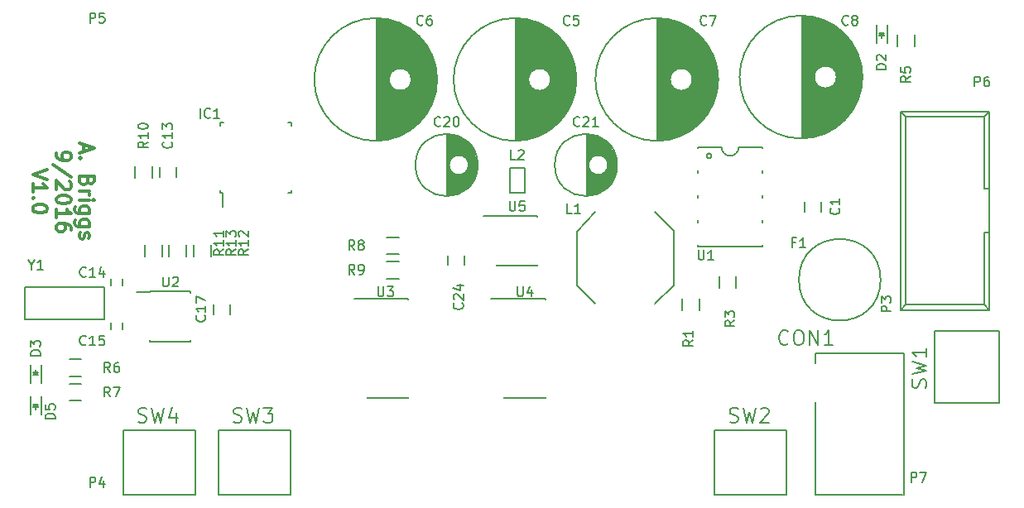
<source format=gbr>
G04 #@! TF.FileFunction,Legend,Top*
%FSLAX46Y46*%
G04 Gerber Fmt 4.6, Leading zero omitted, Abs format (unit mm)*
G04 Created by KiCad (PCBNEW 4.0.2-stable) date 9/19/2016 8:58:52 PM*
%MOMM*%
G01*
G04 APERTURE LIST*
%ADD10C,0.100000*%
%ADD11C,0.300000*%
%ADD12C,0.150000*%
G04 APERTURE END LIST*
D10*
D11*
X120900000Y-84178571D02*
X120900000Y-84892857D01*
X120471429Y-84035714D02*
X121971429Y-84535714D01*
X120471429Y-85035714D01*
X120614286Y-85535714D02*
X120542857Y-85607142D01*
X120471429Y-85535714D01*
X120542857Y-85464285D01*
X120614286Y-85535714D01*
X120471429Y-85535714D01*
X121257143Y-87892857D02*
X121185714Y-88107143D01*
X121114286Y-88178571D01*
X120971429Y-88250000D01*
X120757143Y-88250000D01*
X120614286Y-88178571D01*
X120542857Y-88107143D01*
X120471429Y-87964285D01*
X120471429Y-87392857D01*
X121971429Y-87392857D01*
X121971429Y-87892857D01*
X121900000Y-88035714D01*
X121828571Y-88107143D01*
X121685714Y-88178571D01*
X121542857Y-88178571D01*
X121400000Y-88107143D01*
X121328571Y-88035714D01*
X121257143Y-87892857D01*
X121257143Y-87392857D01*
X120471429Y-88892857D02*
X121471429Y-88892857D01*
X121185714Y-88892857D02*
X121328571Y-88964285D01*
X121400000Y-89035714D01*
X121471429Y-89178571D01*
X121471429Y-89321428D01*
X120471429Y-89821428D02*
X121471429Y-89821428D01*
X121971429Y-89821428D02*
X121900000Y-89749999D01*
X121828571Y-89821428D01*
X121900000Y-89892856D01*
X121971429Y-89821428D01*
X121828571Y-89821428D01*
X121471429Y-91178571D02*
X120257143Y-91178571D01*
X120114286Y-91107142D01*
X120042857Y-91035714D01*
X119971429Y-90892857D01*
X119971429Y-90678571D01*
X120042857Y-90535714D01*
X120542857Y-91178571D02*
X120471429Y-91035714D01*
X120471429Y-90750000D01*
X120542857Y-90607142D01*
X120614286Y-90535714D01*
X120757143Y-90464285D01*
X121185714Y-90464285D01*
X121328571Y-90535714D01*
X121400000Y-90607142D01*
X121471429Y-90750000D01*
X121471429Y-91035714D01*
X121400000Y-91178571D01*
X121471429Y-92535714D02*
X120257143Y-92535714D01*
X120114286Y-92464285D01*
X120042857Y-92392857D01*
X119971429Y-92250000D01*
X119971429Y-92035714D01*
X120042857Y-91892857D01*
X120542857Y-92535714D02*
X120471429Y-92392857D01*
X120471429Y-92107143D01*
X120542857Y-91964285D01*
X120614286Y-91892857D01*
X120757143Y-91821428D01*
X121185714Y-91821428D01*
X121328571Y-91892857D01*
X121400000Y-91964285D01*
X121471429Y-92107143D01*
X121471429Y-92392857D01*
X121400000Y-92535714D01*
X120542857Y-93178571D02*
X120471429Y-93321428D01*
X120471429Y-93607143D01*
X120542857Y-93750000D01*
X120685714Y-93821428D01*
X120757143Y-93821428D01*
X120900000Y-93750000D01*
X120971429Y-93607143D01*
X120971429Y-93392857D01*
X121042857Y-93250000D01*
X121185714Y-93178571D01*
X121257143Y-93178571D01*
X121400000Y-93250000D01*
X121471429Y-93392857D01*
X121471429Y-93607143D01*
X121400000Y-93750000D01*
X118071429Y-85071429D02*
X118071429Y-85357144D01*
X118142857Y-85500001D01*
X118214286Y-85571429D01*
X118428571Y-85714287D01*
X118714286Y-85785715D01*
X119285714Y-85785715D01*
X119428571Y-85714287D01*
X119500000Y-85642858D01*
X119571429Y-85500001D01*
X119571429Y-85214287D01*
X119500000Y-85071429D01*
X119428571Y-85000001D01*
X119285714Y-84928572D01*
X118928571Y-84928572D01*
X118785714Y-85000001D01*
X118714286Y-85071429D01*
X118642857Y-85214287D01*
X118642857Y-85500001D01*
X118714286Y-85642858D01*
X118785714Y-85714287D01*
X118928571Y-85785715D01*
X119642857Y-87500000D02*
X117714286Y-86214286D01*
X119428571Y-87928572D02*
X119500000Y-88000001D01*
X119571429Y-88142858D01*
X119571429Y-88500001D01*
X119500000Y-88642858D01*
X119428571Y-88714287D01*
X119285714Y-88785715D01*
X119142857Y-88785715D01*
X118928571Y-88714287D01*
X118071429Y-87857144D01*
X118071429Y-88785715D01*
X119571429Y-89714286D02*
X119571429Y-89857143D01*
X119500000Y-90000000D01*
X119428571Y-90071429D01*
X119285714Y-90142858D01*
X119000000Y-90214286D01*
X118642857Y-90214286D01*
X118357143Y-90142858D01*
X118214286Y-90071429D01*
X118142857Y-90000000D01*
X118071429Y-89857143D01*
X118071429Y-89714286D01*
X118142857Y-89571429D01*
X118214286Y-89500000D01*
X118357143Y-89428572D01*
X118642857Y-89357143D01*
X119000000Y-89357143D01*
X119285714Y-89428572D01*
X119428571Y-89500000D01*
X119500000Y-89571429D01*
X119571429Y-89714286D01*
X118071429Y-91642857D02*
X118071429Y-90785714D01*
X118071429Y-91214286D02*
X119571429Y-91214286D01*
X119357143Y-91071429D01*
X119214286Y-90928571D01*
X119142857Y-90785714D01*
X119571429Y-92928571D02*
X119571429Y-92642857D01*
X119500000Y-92500000D01*
X119428571Y-92428571D01*
X119214286Y-92285714D01*
X118928571Y-92214285D01*
X118357143Y-92214285D01*
X118214286Y-92285714D01*
X118142857Y-92357142D01*
X118071429Y-92500000D01*
X118071429Y-92785714D01*
X118142857Y-92928571D01*
X118214286Y-93000000D01*
X118357143Y-93071428D01*
X118714286Y-93071428D01*
X118857143Y-93000000D01*
X118928571Y-92928571D01*
X119000000Y-92785714D01*
X119000000Y-92500000D01*
X118928571Y-92357142D01*
X118857143Y-92285714D01*
X118714286Y-92214285D01*
X117171429Y-86714286D02*
X115671429Y-87214286D01*
X117171429Y-87714286D01*
X115671429Y-89000000D02*
X115671429Y-88142857D01*
X115671429Y-88571429D02*
X117171429Y-88571429D01*
X116957143Y-88428572D01*
X116814286Y-88285714D01*
X116742857Y-88142857D01*
X115814286Y-89642857D02*
X115742857Y-89714285D01*
X115671429Y-89642857D01*
X115742857Y-89571428D01*
X115814286Y-89642857D01*
X115671429Y-89642857D01*
X117171429Y-90642857D02*
X117171429Y-90785714D01*
X117100000Y-90928571D01*
X117028571Y-91000000D01*
X116885714Y-91071429D01*
X116600000Y-91142857D01*
X116242857Y-91142857D01*
X115957143Y-91071429D01*
X115814286Y-91000000D01*
X115742857Y-90928571D01*
X115671429Y-90785714D01*
X115671429Y-90642857D01*
X115742857Y-90500000D01*
X115814286Y-90428571D01*
X115957143Y-90357143D01*
X116242857Y-90285714D01*
X116600000Y-90285714D01*
X116885714Y-90357143D01*
X117028571Y-90428571D01*
X117100000Y-90500000D01*
X117171429Y-90642857D01*
D12*
X204430000Y-101080000D02*
X204430000Y-80760000D01*
X204980000Y-100540000D02*
X204980000Y-81320000D01*
X213530000Y-101080000D02*
X213530000Y-80760000D01*
X212980000Y-100540000D02*
X212980000Y-93170000D01*
X212980000Y-88670000D02*
X212980000Y-81320000D01*
X212980000Y-93170000D02*
X213530000Y-93170000D01*
X212980000Y-88670000D02*
X213530000Y-88670000D01*
X204430000Y-101080000D02*
X213530000Y-101080000D01*
X204980000Y-100540000D02*
X212980000Y-100540000D01*
X204430000Y-80760000D02*
X213530000Y-80760000D01*
X204980000Y-81320000D02*
X212980000Y-81320000D01*
X204430000Y-101080000D02*
X204980000Y-100540000D01*
X204430000Y-80760000D02*
X204980000Y-81320000D01*
X213530000Y-101080000D02*
X212980000Y-100540000D01*
X213530000Y-80760000D02*
X212980000Y-81320000D01*
X123020000Y-98750000D02*
X114892000Y-98750000D01*
X114892000Y-98750000D02*
X114892000Y-102052000D01*
X114892000Y-102052000D02*
X123020000Y-102052000D01*
X123020000Y-98750000D02*
X123020000Y-102052000D01*
X123650000Y-103100000D02*
X123650000Y-102400000D01*
X124850000Y-102400000D02*
X124850000Y-103100000D01*
X124850000Y-97900000D02*
X124850000Y-98600000D01*
X123650000Y-98600000D02*
X123650000Y-97900000D01*
X205875000Y-72900000D02*
X205875000Y-74100000D01*
X204125000Y-74100000D02*
X204125000Y-72900000D01*
X115450000Y-109900000D02*
X115450000Y-111800000D01*
X116550000Y-109900000D02*
X116550000Y-111800000D01*
X116000000Y-110800000D02*
X116000000Y-111250000D01*
X116250000Y-110750000D02*
X115750000Y-110750000D01*
X116000000Y-110750000D02*
X116250000Y-111000000D01*
X116250000Y-111000000D02*
X115750000Y-111000000D01*
X115750000Y-111000000D02*
X116000000Y-110750000D01*
X116550000Y-108600000D02*
X116550000Y-106700000D01*
X115450000Y-108600000D02*
X115450000Y-106700000D01*
X116000000Y-107700000D02*
X116000000Y-107250000D01*
X115750000Y-107750000D02*
X116250000Y-107750000D01*
X116000000Y-107750000D02*
X115750000Y-107500000D01*
X115750000Y-107500000D02*
X116250000Y-107500000D01*
X116250000Y-107500000D02*
X116000000Y-107750000D01*
X201950000Y-71900000D02*
X201950000Y-73800000D01*
X203050000Y-71900000D02*
X203050000Y-73800000D01*
X202500000Y-72800000D02*
X202500000Y-73250000D01*
X202750000Y-72750000D02*
X202250000Y-72750000D01*
X202500000Y-72750000D02*
X202750000Y-73000000D01*
X202750000Y-73000000D02*
X202250000Y-73000000D01*
X202250000Y-73000000D02*
X202500000Y-72750000D01*
X132274000Y-117500000D02*
X132274000Y-120040000D01*
X132274000Y-120040000D02*
X124908000Y-120040000D01*
X124908000Y-120040000D02*
X124908000Y-117500000D01*
X132274000Y-117500000D02*
X132274000Y-113436000D01*
X132274000Y-113436000D02*
X124908000Y-113436000D01*
X124908000Y-113436000D02*
X124908000Y-117500000D01*
X142024000Y-117500000D02*
X142024000Y-120040000D01*
X142024000Y-120040000D02*
X134658000Y-120040000D01*
X134658000Y-120040000D02*
X134658000Y-117500000D01*
X142024000Y-117500000D02*
X142024000Y-113436000D01*
X142024000Y-113436000D02*
X134658000Y-113436000D01*
X134658000Y-113436000D02*
X134658000Y-117500000D01*
X192774000Y-117500000D02*
X192774000Y-120040000D01*
X192774000Y-120040000D02*
X185408000Y-120040000D01*
X185408000Y-120040000D02*
X185408000Y-117500000D01*
X192774000Y-117500000D02*
X192774000Y-113436000D01*
X192774000Y-113436000D02*
X185408000Y-113436000D01*
X185408000Y-113436000D02*
X185408000Y-117500000D01*
X212000000Y-103226000D02*
X214540000Y-103226000D01*
X214540000Y-103226000D02*
X214540000Y-110592000D01*
X214540000Y-110592000D02*
X212000000Y-110592000D01*
X212000000Y-103226000D02*
X207936000Y-103226000D01*
X207936000Y-103226000D02*
X207936000Y-110592000D01*
X207936000Y-110592000D02*
X212000000Y-110592000D01*
X163125000Y-91425000D02*
X163125000Y-91475000D01*
X167275000Y-91425000D02*
X167275000Y-91570000D01*
X167275000Y-96575000D02*
X167275000Y-96430000D01*
X163125000Y-96575000D02*
X163125000Y-96430000D01*
X163125000Y-91425000D02*
X167275000Y-91425000D01*
X163125000Y-96575000D02*
X167275000Y-96575000D01*
X163125000Y-91475000D02*
X161725000Y-91475000D01*
X163925000Y-99925000D02*
X163925000Y-99950000D01*
X168075000Y-99925000D02*
X168075000Y-100030000D01*
X168075000Y-110075000D02*
X168075000Y-109970000D01*
X163925000Y-110075000D02*
X163925000Y-109970000D01*
X163925000Y-99925000D02*
X168075000Y-99925000D01*
X163925000Y-110075000D02*
X168075000Y-110075000D01*
X163925000Y-99950000D02*
X162550000Y-99950000D01*
X149925000Y-99925000D02*
X149925000Y-99950000D01*
X154075000Y-99925000D02*
X154075000Y-100030000D01*
X154075000Y-110075000D02*
X154075000Y-109970000D01*
X149925000Y-110075000D02*
X149925000Y-109970000D01*
X149925000Y-99925000D02*
X154075000Y-99925000D01*
X149925000Y-110075000D02*
X154075000Y-110075000D01*
X149925000Y-99950000D02*
X148550000Y-99950000D01*
X186111000Y-84420000D02*
X183698000Y-84420000D01*
X187889000Y-84420000D02*
X190302000Y-84420000D01*
X186111000Y-84420000D02*
G75*
G03X187000000Y-85309000I889000J0D01*
G01*
X187000000Y-85309000D02*
G75*
G03X187889000Y-84420000I0J889000D01*
G01*
X185095000Y-85309000D02*
G75*
G03X185095000Y-85309000I-254000J0D01*
G01*
X183698000Y-94580000D02*
X183698000Y-94453000D01*
X183698000Y-91913000D02*
X183698000Y-92167000D01*
X183698000Y-89373000D02*
X183698000Y-89627000D01*
X183698000Y-86833000D02*
X183698000Y-87087000D01*
X183698000Y-84420000D02*
X183698000Y-84547000D01*
X190302000Y-84420000D02*
X190302000Y-84547000D01*
X190302000Y-94580000D02*
X190302000Y-94453000D01*
X190302000Y-91913000D02*
X190302000Y-92167000D01*
X190302000Y-89373000D02*
X190302000Y-89627000D01*
X190302000Y-86833000D02*
X190302000Y-87087000D01*
X183698000Y-94580000D02*
X190302000Y-94580000D01*
X129625000Y-95600000D02*
X129625000Y-94400000D01*
X131375000Y-94400000D02*
X131375000Y-95600000D01*
X132125000Y-95600000D02*
X132125000Y-94400000D01*
X133875000Y-94400000D02*
X133875000Y-95600000D01*
X127125000Y-95600000D02*
X127125000Y-94400000D01*
X128875000Y-94400000D02*
X128875000Y-95600000D01*
X126125000Y-87600000D02*
X126125000Y-86400000D01*
X127875000Y-86400000D02*
X127875000Y-87600000D01*
X153100000Y-97875000D02*
X151900000Y-97875000D01*
X151900000Y-96125000D02*
X153100000Y-96125000D01*
X153100000Y-95375000D02*
X151900000Y-95375000D01*
X151900000Y-93625000D02*
X153100000Y-93625000D01*
X119400000Y-108625000D02*
X120600000Y-108625000D01*
X120600000Y-110375000D02*
X119400000Y-110375000D01*
X119400000Y-106125000D02*
X120600000Y-106125000D01*
X120600000Y-107875000D02*
X119400000Y-107875000D01*
X187625000Y-97650000D02*
X187625000Y-98850000D01*
X185875000Y-98850000D02*
X185875000Y-97650000D01*
X183875000Y-99900000D02*
X183875000Y-101100000D01*
X182125000Y-101100000D02*
X182125000Y-99900000D01*
X165962000Y-89070000D02*
X165962000Y-86530000D01*
X165962000Y-86530000D02*
X164438000Y-86530000D01*
X164438000Y-86530000D02*
X164438000Y-89070000D01*
X164438000Y-89070000D02*
X165962000Y-89070000D01*
X134875000Y-89125000D02*
X135100000Y-89125000D01*
X134875000Y-81875000D02*
X135200000Y-81875000D01*
X142125000Y-81875000D02*
X141800000Y-81875000D01*
X142125000Y-89125000D02*
X141800000Y-89125000D01*
X134875000Y-89125000D02*
X134875000Y-88800000D01*
X142125000Y-89125000D02*
X142125000Y-88800000D01*
X142125000Y-81875000D02*
X142125000Y-82200000D01*
X134875000Y-81875000D02*
X134875000Y-82200000D01*
X135100000Y-89125000D02*
X135100000Y-90550000D01*
X159850000Y-96500000D02*
X159850000Y-95500000D01*
X158150000Y-95500000D02*
X158150000Y-96500000D01*
X172325000Y-83101000D02*
X172325000Y-89399000D01*
X172465000Y-83107000D02*
X172465000Y-89393000D01*
X172605000Y-83120000D02*
X172605000Y-85804000D01*
X172605000Y-86696000D02*
X172605000Y-89380000D01*
X172745000Y-83139000D02*
X172745000Y-85594000D01*
X172745000Y-86906000D02*
X172745000Y-89361000D01*
X172885000Y-83165000D02*
X172885000Y-85461000D01*
X172885000Y-87039000D02*
X172885000Y-89335000D01*
X173025000Y-83197000D02*
X173025000Y-85370000D01*
X173025000Y-87130000D02*
X173025000Y-89303000D01*
X173165000Y-83236000D02*
X173165000Y-85308000D01*
X173165000Y-87192000D02*
X173165000Y-89264000D01*
X173305000Y-83282000D02*
X173305000Y-85269000D01*
X173305000Y-87231000D02*
X173305000Y-89218000D01*
X173445000Y-83335000D02*
X173445000Y-85252000D01*
X173445000Y-87248000D02*
X173445000Y-89165000D01*
X173585000Y-83397000D02*
X173585000Y-85254000D01*
X173585000Y-87246000D02*
X173585000Y-89103000D01*
X173725000Y-83467000D02*
X173725000Y-85276000D01*
X173725000Y-87224000D02*
X173725000Y-89033000D01*
X173865000Y-83546000D02*
X173865000Y-85319000D01*
X173865000Y-87181000D02*
X173865000Y-88954000D01*
X174005000Y-83634000D02*
X174005000Y-85387000D01*
X174005000Y-87113000D02*
X174005000Y-88866000D01*
X174145000Y-83734000D02*
X174145000Y-85486000D01*
X174145000Y-87014000D02*
X174145000Y-88766000D01*
X174285000Y-83846000D02*
X174285000Y-85631000D01*
X174285000Y-86869000D02*
X174285000Y-88654000D01*
X174425000Y-83971000D02*
X174425000Y-85870000D01*
X174425000Y-86630000D02*
X174425000Y-88529000D01*
X174565000Y-84114000D02*
X174565000Y-88386000D01*
X174705000Y-84276000D02*
X174705000Y-88224000D01*
X174845000Y-84464000D02*
X174845000Y-88036000D01*
X174985000Y-84687000D02*
X174985000Y-87813000D01*
X175125000Y-84963000D02*
X175125000Y-87537000D01*
X175265000Y-85338000D02*
X175265000Y-87162000D01*
X174500000Y-86250000D02*
G75*
G03X174500000Y-86250000I-1000000J0D01*
G01*
X175437500Y-86250000D02*
G75*
G03X175437500Y-86250000I-3187500J0D01*
G01*
X158075000Y-83101000D02*
X158075000Y-89399000D01*
X158215000Y-83107000D02*
X158215000Y-89393000D01*
X158355000Y-83120000D02*
X158355000Y-85804000D01*
X158355000Y-86696000D02*
X158355000Y-89380000D01*
X158495000Y-83139000D02*
X158495000Y-85594000D01*
X158495000Y-86906000D02*
X158495000Y-89361000D01*
X158635000Y-83165000D02*
X158635000Y-85461000D01*
X158635000Y-87039000D02*
X158635000Y-89335000D01*
X158775000Y-83197000D02*
X158775000Y-85370000D01*
X158775000Y-87130000D02*
X158775000Y-89303000D01*
X158915000Y-83236000D02*
X158915000Y-85308000D01*
X158915000Y-87192000D02*
X158915000Y-89264000D01*
X159055000Y-83282000D02*
X159055000Y-85269000D01*
X159055000Y-87231000D02*
X159055000Y-89218000D01*
X159195000Y-83335000D02*
X159195000Y-85252000D01*
X159195000Y-87248000D02*
X159195000Y-89165000D01*
X159335000Y-83397000D02*
X159335000Y-85254000D01*
X159335000Y-87246000D02*
X159335000Y-89103000D01*
X159475000Y-83467000D02*
X159475000Y-85276000D01*
X159475000Y-87224000D02*
X159475000Y-89033000D01*
X159615000Y-83546000D02*
X159615000Y-85319000D01*
X159615000Y-87181000D02*
X159615000Y-88954000D01*
X159755000Y-83634000D02*
X159755000Y-85387000D01*
X159755000Y-87113000D02*
X159755000Y-88866000D01*
X159895000Y-83734000D02*
X159895000Y-85486000D01*
X159895000Y-87014000D02*
X159895000Y-88766000D01*
X160035000Y-83846000D02*
X160035000Y-85631000D01*
X160035000Y-86869000D02*
X160035000Y-88654000D01*
X160175000Y-83971000D02*
X160175000Y-85870000D01*
X160175000Y-86630000D02*
X160175000Y-88529000D01*
X160315000Y-84114000D02*
X160315000Y-88386000D01*
X160455000Y-84276000D02*
X160455000Y-88224000D01*
X160595000Y-84464000D02*
X160595000Y-88036000D01*
X160735000Y-84687000D02*
X160735000Y-87813000D01*
X160875000Y-84963000D02*
X160875000Y-87537000D01*
X161015000Y-85338000D02*
X161015000Y-87162000D01*
X160250000Y-86250000D02*
G75*
G03X160250000Y-86250000I-1000000J0D01*
G01*
X161187500Y-86250000D02*
G75*
G03X161187500Y-86250000I-3187500J0D01*
G01*
X134150000Y-100500000D02*
X134150000Y-101500000D01*
X135850000Y-101500000D02*
X135850000Y-100500000D01*
X130350000Y-87500000D02*
X130350000Y-86500000D01*
X128650000Y-86500000D02*
X128650000Y-87500000D01*
X194325000Y-71000000D02*
X194325000Y-83500000D01*
X194465000Y-71004000D02*
X194465000Y-83496000D01*
X194605000Y-71010000D02*
X194605000Y-83490000D01*
X194745000Y-71020000D02*
X194745000Y-83480000D01*
X194885000Y-71032000D02*
X194885000Y-83468000D01*
X195025000Y-71048000D02*
X195025000Y-83452000D01*
X195165000Y-71067000D02*
X195165000Y-83433000D01*
X195305000Y-71090000D02*
X195305000Y-83410000D01*
X195445000Y-71115000D02*
X195445000Y-83385000D01*
X195585000Y-71144000D02*
X195585000Y-83356000D01*
X195725000Y-71177000D02*
X195725000Y-76729000D01*
X195725000Y-77771000D02*
X195725000Y-83323000D01*
X195865000Y-71212000D02*
X195865000Y-76516000D01*
X195865000Y-77984000D02*
X195865000Y-83288000D01*
X196005000Y-71251000D02*
X196005000Y-76374000D01*
X196005000Y-78126000D02*
X196005000Y-83249000D01*
X196145000Y-71294000D02*
X196145000Y-76272000D01*
X196145000Y-78228000D02*
X196145000Y-83206000D01*
X196285000Y-71341000D02*
X196285000Y-76198000D01*
X196285000Y-78302000D02*
X196285000Y-83159000D01*
X196425000Y-71391000D02*
X196425000Y-76147000D01*
X196425000Y-78353000D02*
X196425000Y-83109000D01*
X196565000Y-71445000D02*
X196565000Y-76115000D01*
X196565000Y-78385000D02*
X196565000Y-83055000D01*
X196705000Y-71502000D02*
X196705000Y-76101000D01*
X196705000Y-78399000D02*
X196705000Y-82998000D01*
X196845000Y-71564000D02*
X196845000Y-76104000D01*
X196845000Y-78396000D02*
X196845000Y-82936000D01*
X196985000Y-71630000D02*
X196985000Y-76124000D01*
X196985000Y-78376000D02*
X196985000Y-82870000D01*
X197125000Y-71701000D02*
X197125000Y-76163000D01*
X197125000Y-78337000D02*
X197125000Y-82799000D01*
X197265000Y-71775000D02*
X197265000Y-76222000D01*
X197265000Y-78278000D02*
X197265000Y-82725000D01*
X197405000Y-71855000D02*
X197405000Y-76305000D01*
X197405000Y-78195000D02*
X197405000Y-82645000D01*
X197545000Y-71939000D02*
X197545000Y-76419000D01*
X197545000Y-78081000D02*
X197545000Y-82561000D01*
X197685000Y-72029000D02*
X197685000Y-76580000D01*
X197685000Y-77920000D02*
X197685000Y-82471000D01*
X197825000Y-72123000D02*
X197825000Y-76841000D01*
X197825000Y-77659000D02*
X197825000Y-82377000D01*
X197965000Y-72224000D02*
X197965000Y-82276000D01*
X198105000Y-72331000D02*
X198105000Y-82169000D01*
X198245000Y-72443000D02*
X198245000Y-82057000D01*
X198385000Y-72563000D02*
X198385000Y-81937000D01*
X198525000Y-72691000D02*
X198525000Y-81809000D01*
X198665000Y-72826000D02*
X198665000Y-81674000D01*
X198805000Y-72970000D02*
X198805000Y-81530000D01*
X198945000Y-73125000D02*
X198945000Y-81375000D01*
X199085000Y-73290000D02*
X199085000Y-81210000D01*
X199225000Y-73467000D02*
X199225000Y-81033000D01*
X199365000Y-73658000D02*
X199365000Y-80842000D01*
X199505000Y-73867000D02*
X199505000Y-80633000D01*
X199645000Y-74095000D02*
X199645000Y-80405000D01*
X199785000Y-74347000D02*
X199785000Y-80153000D01*
X199925000Y-74631000D02*
X199925000Y-79869000D01*
X200065000Y-74959000D02*
X200065000Y-79541000D01*
X200205000Y-75353000D02*
X200205000Y-79147000D01*
X200345000Y-75867000D02*
X200345000Y-78633000D01*
X200485000Y-76817000D02*
X200485000Y-77683000D01*
X197900000Y-77250000D02*
G75*
G03X197900000Y-77250000I-1150000J0D01*
G01*
X200537500Y-77250000D02*
G75*
G03X200537500Y-77250000I-6287500J0D01*
G01*
X179575000Y-71250000D02*
X179575000Y-83750000D01*
X179715000Y-71254000D02*
X179715000Y-83746000D01*
X179855000Y-71260000D02*
X179855000Y-83740000D01*
X179995000Y-71270000D02*
X179995000Y-83730000D01*
X180135000Y-71282000D02*
X180135000Y-83718000D01*
X180275000Y-71298000D02*
X180275000Y-83702000D01*
X180415000Y-71317000D02*
X180415000Y-83683000D01*
X180555000Y-71340000D02*
X180555000Y-83660000D01*
X180695000Y-71365000D02*
X180695000Y-83635000D01*
X180835000Y-71394000D02*
X180835000Y-83606000D01*
X180975000Y-71427000D02*
X180975000Y-76979000D01*
X180975000Y-78021000D02*
X180975000Y-83573000D01*
X181115000Y-71462000D02*
X181115000Y-76766000D01*
X181115000Y-78234000D02*
X181115000Y-83538000D01*
X181255000Y-71501000D02*
X181255000Y-76624000D01*
X181255000Y-78376000D02*
X181255000Y-83499000D01*
X181395000Y-71544000D02*
X181395000Y-76522000D01*
X181395000Y-78478000D02*
X181395000Y-83456000D01*
X181535000Y-71591000D02*
X181535000Y-76448000D01*
X181535000Y-78552000D02*
X181535000Y-83409000D01*
X181675000Y-71641000D02*
X181675000Y-76397000D01*
X181675000Y-78603000D02*
X181675000Y-83359000D01*
X181815000Y-71695000D02*
X181815000Y-76365000D01*
X181815000Y-78635000D02*
X181815000Y-83305000D01*
X181955000Y-71752000D02*
X181955000Y-76351000D01*
X181955000Y-78649000D02*
X181955000Y-83248000D01*
X182095000Y-71814000D02*
X182095000Y-76354000D01*
X182095000Y-78646000D02*
X182095000Y-83186000D01*
X182235000Y-71880000D02*
X182235000Y-76374000D01*
X182235000Y-78626000D02*
X182235000Y-83120000D01*
X182375000Y-71951000D02*
X182375000Y-76413000D01*
X182375000Y-78587000D02*
X182375000Y-83049000D01*
X182515000Y-72025000D02*
X182515000Y-76472000D01*
X182515000Y-78528000D02*
X182515000Y-82975000D01*
X182655000Y-72105000D02*
X182655000Y-76555000D01*
X182655000Y-78445000D02*
X182655000Y-82895000D01*
X182795000Y-72189000D02*
X182795000Y-76669000D01*
X182795000Y-78331000D02*
X182795000Y-82811000D01*
X182935000Y-72279000D02*
X182935000Y-76830000D01*
X182935000Y-78170000D02*
X182935000Y-82721000D01*
X183075000Y-72373000D02*
X183075000Y-77091000D01*
X183075000Y-77909000D02*
X183075000Y-82627000D01*
X183215000Y-72474000D02*
X183215000Y-82526000D01*
X183355000Y-72581000D02*
X183355000Y-82419000D01*
X183495000Y-72693000D02*
X183495000Y-82307000D01*
X183635000Y-72813000D02*
X183635000Y-82187000D01*
X183775000Y-72941000D02*
X183775000Y-82059000D01*
X183915000Y-73076000D02*
X183915000Y-81924000D01*
X184055000Y-73220000D02*
X184055000Y-81780000D01*
X184195000Y-73375000D02*
X184195000Y-81625000D01*
X184335000Y-73540000D02*
X184335000Y-81460000D01*
X184475000Y-73717000D02*
X184475000Y-81283000D01*
X184615000Y-73908000D02*
X184615000Y-81092000D01*
X184755000Y-74117000D02*
X184755000Y-80883000D01*
X184895000Y-74345000D02*
X184895000Y-80655000D01*
X185035000Y-74597000D02*
X185035000Y-80403000D01*
X185175000Y-74881000D02*
X185175000Y-80119000D01*
X185315000Y-75209000D02*
X185315000Y-79791000D01*
X185455000Y-75603000D02*
X185455000Y-79397000D01*
X185595000Y-76117000D02*
X185595000Y-78883000D01*
X185735000Y-77067000D02*
X185735000Y-77933000D01*
X183150000Y-77500000D02*
G75*
G03X183150000Y-77500000I-1150000J0D01*
G01*
X185787500Y-77500000D02*
G75*
G03X185787500Y-77500000I-6287500J0D01*
G01*
X150825000Y-71250000D02*
X150825000Y-83750000D01*
X150965000Y-71254000D02*
X150965000Y-83746000D01*
X151105000Y-71260000D02*
X151105000Y-83740000D01*
X151245000Y-71270000D02*
X151245000Y-83730000D01*
X151385000Y-71282000D02*
X151385000Y-83718000D01*
X151525000Y-71298000D02*
X151525000Y-83702000D01*
X151665000Y-71317000D02*
X151665000Y-83683000D01*
X151805000Y-71340000D02*
X151805000Y-83660000D01*
X151945000Y-71365000D02*
X151945000Y-83635000D01*
X152085000Y-71394000D02*
X152085000Y-83606000D01*
X152225000Y-71427000D02*
X152225000Y-76979000D01*
X152225000Y-78021000D02*
X152225000Y-83573000D01*
X152365000Y-71462000D02*
X152365000Y-76766000D01*
X152365000Y-78234000D02*
X152365000Y-83538000D01*
X152505000Y-71501000D02*
X152505000Y-76624000D01*
X152505000Y-78376000D02*
X152505000Y-83499000D01*
X152645000Y-71544000D02*
X152645000Y-76522000D01*
X152645000Y-78478000D02*
X152645000Y-83456000D01*
X152785000Y-71591000D02*
X152785000Y-76448000D01*
X152785000Y-78552000D02*
X152785000Y-83409000D01*
X152925000Y-71641000D02*
X152925000Y-76397000D01*
X152925000Y-78603000D02*
X152925000Y-83359000D01*
X153065000Y-71695000D02*
X153065000Y-76365000D01*
X153065000Y-78635000D02*
X153065000Y-83305000D01*
X153205000Y-71752000D02*
X153205000Y-76351000D01*
X153205000Y-78649000D02*
X153205000Y-83248000D01*
X153345000Y-71814000D02*
X153345000Y-76354000D01*
X153345000Y-78646000D02*
X153345000Y-83186000D01*
X153485000Y-71880000D02*
X153485000Y-76374000D01*
X153485000Y-78626000D02*
X153485000Y-83120000D01*
X153625000Y-71951000D02*
X153625000Y-76413000D01*
X153625000Y-78587000D02*
X153625000Y-83049000D01*
X153765000Y-72025000D02*
X153765000Y-76472000D01*
X153765000Y-78528000D02*
X153765000Y-82975000D01*
X153905000Y-72105000D02*
X153905000Y-76555000D01*
X153905000Y-78445000D02*
X153905000Y-82895000D01*
X154045000Y-72189000D02*
X154045000Y-76669000D01*
X154045000Y-78331000D02*
X154045000Y-82811000D01*
X154185000Y-72279000D02*
X154185000Y-76830000D01*
X154185000Y-78170000D02*
X154185000Y-82721000D01*
X154325000Y-72373000D02*
X154325000Y-77091000D01*
X154325000Y-77909000D02*
X154325000Y-82627000D01*
X154465000Y-72474000D02*
X154465000Y-82526000D01*
X154605000Y-72581000D02*
X154605000Y-82419000D01*
X154745000Y-72693000D02*
X154745000Y-82307000D01*
X154885000Y-72813000D02*
X154885000Y-82187000D01*
X155025000Y-72941000D02*
X155025000Y-82059000D01*
X155165000Y-73076000D02*
X155165000Y-81924000D01*
X155305000Y-73220000D02*
X155305000Y-81780000D01*
X155445000Y-73375000D02*
X155445000Y-81625000D01*
X155585000Y-73540000D02*
X155585000Y-81460000D01*
X155725000Y-73717000D02*
X155725000Y-81283000D01*
X155865000Y-73908000D02*
X155865000Y-81092000D01*
X156005000Y-74117000D02*
X156005000Y-80883000D01*
X156145000Y-74345000D02*
X156145000Y-80655000D01*
X156285000Y-74597000D02*
X156285000Y-80403000D01*
X156425000Y-74881000D02*
X156425000Y-80119000D01*
X156565000Y-75209000D02*
X156565000Y-79791000D01*
X156705000Y-75603000D02*
X156705000Y-79397000D01*
X156845000Y-76117000D02*
X156845000Y-78883000D01*
X156985000Y-77067000D02*
X156985000Y-77933000D01*
X154400000Y-77500000D02*
G75*
G03X154400000Y-77500000I-1150000J0D01*
G01*
X157037500Y-77500000D02*
G75*
G03X157037500Y-77500000I-6287500J0D01*
G01*
X165075000Y-71250000D02*
X165075000Y-83750000D01*
X165215000Y-71254000D02*
X165215000Y-83746000D01*
X165355000Y-71260000D02*
X165355000Y-83740000D01*
X165495000Y-71270000D02*
X165495000Y-83730000D01*
X165635000Y-71282000D02*
X165635000Y-83718000D01*
X165775000Y-71298000D02*
X165775000Y-83702000D01*
X165915000Y-71317000D02*
X165915000Y-83683000D01*
X166055000Y-71340000D02*
X166055000Y-83660000D01*
X166195000Y-71365000D02*
X166195000Y-83635000D01*
X166335000Y-71394000D02*
X166335000Y-83606000D01*
X166475000Y-71427000D02*
X166475000Y-76979000D01*
X166475000Y-78021000D02*
X166475000Y-83573000D01*
X166615000Y-71462000D02*
X166615000Y-76766000D01*
X166615000Y-78234000D02*
X166615000Y-83538000D01*
X166755000Y-71501000D02*
X166755000Y-76624000D01*
X166755000Y-78376000D02*
X166755000Y-83499000D01*
X166895000Y-71544000D02*
X166895000Y-76522000D01*
X166895000Y-78478000D02*
X166895000Y-83456000D01*
X167035000Y-71591000D02*
X167035000Y-76448000D01*
X167035000Y-78552000D02*
X167035000Y-83409000D01*
X167175000Y-71641000D02*
X167175000Y-76397000D01*
X167175000Y-78603000D02*
X167175000Y-83359000D01*
X167315000Y-71695000D02*
X167315000Y-76365000D01*
X167315000Y-78635000D02*
X167315000Y-83305000D01*
X167455000Y-71752000D02*
X167455000Y-76351000D01*
X167455000Y-78649000D02*
X167455000Y-83248000D01*
X167595000Y-71814000D02*
X167595000Y-76354000D01*
X167595000Y-78646000D02*
X167595000Y-83186000D01*
X167735000Y-71880000D02*
X167735000Y-76374000D01*
X167735000Y-78626000D02*
X167735000Y-83120000D01*
X167875000Y-71951000D02*
X167875000Y-76413000D01*
X167875000Y-78587000D02*
X167875000Y-83049000D01*
X168015000Y-72025000D02*
X168015000Y-76472000D01*
X168015000Y-78528000D02*
X168015000Y-82975000D01*
X168155000Y-72105000D02*
X168155000Y-76555000D01*
X168155000Y-78445000D02*
X168155000Y-82895000D01*
X168295000Y-72189000D02*
X168295000Y-76669000D01*
X168295000Y-78331000D02*
X168295000Y-82811000D01*
X168435000Y-72279000D02*
X168435000Y-76830000D01*
X168435000Y-78170000D02*
X168435000Y-82721000D01*
X168575000Y-72373000D02*
X168575000Y-77091000D01*
X168575000Y-77909000D02*
X168575000Y-82627000D01*
X168715000Y-72474000D02*
X168715000Y-82526000D01*
X168855000Y-72581000D02*
X168855000Y-82419000D01*
X168995000Y-72693000D02*
X168995000Y-82307000D01*
X169135000Y-72813000D02*
X169135000Y-82187000D01*
X169275000Y-72941000D02*
X169275000Y-82059000D01*
X169415000Y-73076000D02*
X169415000Y-81924000D01*
X169555000Y-73220000D02*
X169555000Y-81780000D01*
X169695000Y-73375000D02*
X169695000Y-81625000D01*
X169835000Y-73540000D02*
X169835000Y-81460000D01*
X169975000Y-73717000D02*
X169975000Y-81283000D01*
X170115000Y-73908000D02*
X170115000Y-81092000D01*
X170255000Y-74117000D02*
X170255000Y-80883000D01*
X170395000Y-74345000D02*
X170395000Y-80655000D01*
X170535000Y-74597000D02*
X170535000Y-80403000D01*
X170675000Y-74881000D02*
X170675000Y-80119000D01*
X170815000Y-75209000D02*
X170815000Y-79791000D01*
X170955000Y-75603000D02*
X170955000Y-79397000D01*
X171095000Y-76117000D02*
X171095000Y-78883000D01*
X171235000Y-77067000D02*
X171235000Y-77933000D01*
X168650000Y-77500000D02*
G75*
G03X168650000Y-77500000I-1150000J0D01*
G01*
X171287500Y-77500000D02*
G75*
G03X171287500Y-77500000I-6287500J0D01*
G01*
X194650000Y-90000000D02*
X194650000Y-91000000D01*
X196350000Y-91000000D02*
X196350000Y-90000000D01*
X127675000Y-99175000D02*
X127675000Y-99225000D01*
X131825000Y-99175000D02*
X131825000Y-99320000D01*
X131825000Y-104325000D02*
X131825000Y-104180000D01*
X127675000Y-104325000D02*
X127675000Y-104180000D01*
X127675000Y-99175000D02*
X131825000Y-99175000D01*
X127675000Y-104325000D02*
X131825000Y-104325000D01*
X127675000Y-99225000D02*
X126275000Y-99225000D01*
X173196920Y-100449000D02*
X171297000Y-98549080D01*
X171297000Y-98549080D02*
X171297000Y-93049980D01*
X171297000Y-93049980D02*
X173196920Y-91051000D01*
X179303080Y-100449000D02*
X181203000Y-98549080D01*
X181203000Y-98549080D02*
X181203000Y-92950920D01*
X181203000Y-92950920D02*
X179303080Y-91051000D01*
X202385000Y-98000000D02*
G75*
G03X202385000Y-98000000I-4175000J0D01*
G01*
X195750000Y-110500000D02*
X195750000Y-120000000D01*
X195750000Y-105500000D02*
X195750000Y-106500000D01*
X195750000Y-105500000D02*
X204750000Y-105500000D01*
X204750000Y-105500000D02*
X204750000Y-120000000D01*
X204640000Y-120000000D02*
X195750000Y-120000000D01*
X203452381Y-101238095D02*
X202452381Y-101238095D01*
X202452381Y-100857142D01*
X202500000Y-100761904D01*
X202547619Y-100714285D01*
X202642857Y-100666666D01*
X202785714Y-100666666D01*
X202880952Y-100714285D01*
X202928571Y-100761904D01*
X202976190Y-100857142D01*
X202976190Y-101238095D01*
X202452381Y-100333333D02*
X202452381Y-99714285D01*
X202833333Y-100047619D01*
X202833333Y-99904761D01*
X202880952Y-99809523D01*
X202928571Y-99761904D01*
X203023810Y-99714285D01*
X203261905Y-99714285D01*
X203357143Y-99761904D01*
X203404762Y-99809523D01*
X203452381Y-99904761D01*
X203452381Y-100190476D01*
X203404762Y-100285714D01*
X203357143Y-100333333D01*
X115523809Y-96476190D02*
X115523809Y-96952381D01*
X115190476Y-95952381D02*
X115523809Y-96476190D01*
X115857143Y-95952381D01*
X116714286Y-96952381D02*
X116142857Y-96952381D01*
X116428571Y-96952381D02*
X116428571Y-95952381D01*
X116333333Y-96095238D01*
X116238095Y-96190476D01*
X116142857Y-96238095D01*
X121107143Y-104607143D02*
X121059524Y-104654762D01*
X120916667Y-104702381D01*
X120821429Y-104702381D01*
X120678571Y-104654762D01*
X120583333Y-104559524D01*
X120535714Y-104464286D01*
X120488095Y-104273810D01*
X120488095Y-104130952D01*
X120535714Y-103940476D01*
X120583333Y-103845238D01*
X120678571Y-103750000D01*
X120821429Y-103702381D01*
X120916667Y-103702381D01*
X121059524Y-103750000D01*
X121107143Y-103797619D01*
X122059524Y-104702381D02*
X121488095Y-104702381D01*
X121773809Y-104702381D02*
X121773809Y-103702381D01*
X121678571Y-103845238D01*
X121583333Y-103940476D01*
X121488095Y-103988095D01*
X122964286Y-103702381D02*
X122488095Y-103702381D01*
X122440476Y-104178571D01*
X122488095Y-104130952D01*
X122583333Y-104083333D01*
X122821429Y-104083333D01*
X122916667Y-104130952D01*
X122964286Y-104178571D01*
X123011905Y-104273810D01*
X123011905Y-104511905D01*
X122964286Y-104607143D01*
X122916667Y-104654762D01*
X122821429Y-104702381D01*
X122583333Y-104702381D01*
X122488095Y-104654762D01*
X122440476Y-104607143D01*
X121107143Y-97607143D02*
X121059524Y-97654762D01*
X120916667Y-97702381D01*
X120821429Y-97702381D01*
X120678571Y-97654762D01*
X120583333Y-97559524D01*
X120535714Y-97464286D01*
X120488095Y-97273810D01*
X120488095Y-97130952D01*
X120535714Y-96940476D01*
X120583333Y-96845238D01*
X120678571Y-96750000D01*
X120821429Y-96702381D01*
X120916667Y-96702381D01*
X121059524Y-96750000D01*
X121107143Y-96797619D01*
X122059524Y-97702381D02*
X121488095Y-97702381D01*
X121773809Y-97702381D02*
X121773809Y-96702381D01*
X121678571Y-96845238D01*
X121583333Y-96940476D01*
X121488095Y-96988095D01*
X122916667Y-97035714D02*
X122916667Y-97702381D01*
X122678571Y-96654762D02*
X122440476Y-97369048D01*
X123059524Y-97369048D01*
X205452381Y-77166666D02*
X204976190Y-77500000D01*
X205452381Y-77738095D02*
X204452381Y-77738095D01*
X204452381Y-77357142D01*
X204500000Y-77261904D01*
X204547619Y-77214285D01*
X204642857Y-77166666D01*
X204785714Y-77166666D01*
X204880952Y-77214285D01*
X204928571Y-77261904D01*
X204976190Y-77357142D01*
X204976190Y-77738095D01*
X204452381Y-76261904D02*
X204452381Y-76738095D01*
X204928571Y-76785714D01*
X204880952Y-76738095D01*
X204833333Y-76642857D01*
X204833333Y-76404761D01*
X204880952Y-76309523D01*
X204928571Y-76261904D01*
X205023810Y-76214285D01*
X205261905Y-76214285D01*
X205357143Y-76261904D01*
X205404762Y-76309523D01*
X205452381Y-76404761D01*
X205452381Y-76642857D01*
X205404762Y-76738095D01*
X205357143Y-76785714D01*
X117952381Y-112238095D02*
X116952381Y-112238095D01*
X116952381Y-112000000D01*
X117000000Y-111857142D01*
X117095238Y-111761904D01*
X117190476Y-111714285D01*
X117380952Y-111666666D01*
X117523810Y-111666666D01*
X117714286Y-111714285D01*
X117809524Y-111761904D01*
X117904762Y-111857142D01*
X117952381Y-112000000D01*
X117952381Y-112238095D01*
X116952381Y-110761904D02*
X116952381Y-111238095D01*
X117428571Y-111285714D01*
X117380952Y-111238095D01*
X117333333Y-111142857D01*
X117333333Y-110904761D01*
X117380952Y-110809523D01*
X117428571Y-110761904D01*
X117523810Y-110714285D01*
X117761905Y-110714285D01*
X117857143Y-110761904D01*
X117904762Y-110809523D01*
X117952381Y-110904761D01*
X117952381Y-111142857D01*
X117904762Y-111238095D01*
X117857143Y-111285714D01*
X116452381Y-105738095D02*
X115452381Y-105738095D01*
X115452381Y-105500000D01*
X115500000Y-105357142D01*
X115595238Y-105261904D01*
X115690476Y-105214285D01*
X115880952Y-105166666D01*
X116023810Y-105166666D01*
X116214286Y-105214285D01*
X116309524Y-105261904D01*
X116404762Y-105357142D01*
X116452381Y-105500000D01*
X116452381Y-105738095D01*
X115452381Y-104833333D02*
X115452381Y-104214285D01*
X115833333Y-104547619D01*
X115833333Y-104404761D01*
X115880952Y-104309523D01*
X115928571Y-104261904D01*
X116023810Y-104214285D01*
X116261905Y-104214285D01*
X116357143Y-104261904D01*
X116404762Y-104309523D01*
X116452381Y-104404761D01*
X116452381Y-104690476D01*
X116404762Y-104785714D01*
X116357143Y-104833333D01*
X202952381Y-76488095D02*
X201952381Y-76488095D01*
X201952381Y-76250000D01*
X202000000Y-76107142D01*
X202095238Y-76011904D01*
X202190476Y-75964285D01*
X202380952Y-75916666D01*
X202523810Y-75916666D01*
X202714286Y-75964285D01*
X202809524Y-76011904D01*
X202904762Y-76107142D01*
X202952381Y-76250000D01*
X202952381Y-76488095D01*
X202047619Y-75535714D02*
X202000000Y-75488095D01*
X201952381Y-75392857D01*
X201952381Y-75154761D01*
X202000000Y-75059523D01*
X202047619Y-75011904D01*
X202142857Y-74964285D01*
X202238095Y-74964285D01*
X202380952Y-75011904D01*
X202952381Y-75583333D01*
X202952381Y-74964285D01*
X126464000Y-112519143D02*
X126678286Y-112590571D01*
X127035429Y-112590571D01*
X127178286Y-112519143D01*
X127249715Y-112447714D01*
X127321143Y-112304857D01*
X127321143Y-112162000D01*
X127249715Y-112019143D01*
X127178286Y-111947714D01*
X127035429Y-111876286D01*
X126749715Y-111804857D01*
X126606857Y-111733429D01*
X126535429Y-111662000D01*
X126464000Y-111519143D01*
X126464000Y-111376286D01*
X126535429Y-111233429D01*
X126606857Y-111162000D01*
X126749715Y-111090571D01*
X127106857Y-111090571D01*
X127321143Y-111162000D01*
X127821143Y-111090571D02*
X128178286Y-112590571D01*
X128464000Y-111519143D01*
X128749714Y-112590571D01*
X129106857Y-111090571D01*
X130321143Y-111590571D02*
X130321143Y-112590571D01*
X129964000Y-111019143D02*
X129606857Y-112090571D01*
X130535429Y-112090571D01*
X136214000Y-112519143D02*
X136428286Y-112590571D01*
X136785429Y-112590571D01*
X136928286Y-112519143D01*
X136999715Y-112447714D01*
X137071143Y-112304857D01*
X137071143Y-112162000D01*
X136999715Y-112019143D01*
X136928286Y-111947714D01*
X136785429Y-111876286D01*
X136499715Y-111804857D01*
X136356857Y-111733429D01*
X136285429Y-111662000D01*
X136214000Y-111519143D01*
X136214000Y-111376286D01*
X136285429Y-111233429D01*
X136356857Y-111162000D01*
X136499715Y-111090571D01*
X136856857Y-111090571D01*
X137071143Y-111162000D01*
X137571143Y-111090571D02*
X137928286Y-112590571D01*
X138214000Y-111519143D01*
X138499714Y-112590571D01*
X138856857Y-111090571D01*
X139285429Y-111090571D02*
X140214000Y-111090571D01*
X139714000Y-111662000D01*
X139928286Y-111662000D01*
X140071143Y-111733429D01*
X140142572Y-111804857D01*
X140214000Y-111947714D01*
X140214000Y-112304857D01*
X140142572Y-112447714D01*
X140071143Y-112519143D01*
X139928286Y-112590571D01*
X139499714Y-112590571D01*
X139356857Y-112519143D01*
X139285429Y-112447714D01*
X186964000Y-112519143D02*
X187178286Y-112590571D01*
X187535429Y-112590571D01*
X187678286Y-112519143D01*
X187749715Y-112447714D01*
X187821143Y-112304857D01*
X187821143Y-112162000D01*
X187749715Y-112019143D01*
X187678286Y-111947714D01*
X187535429Y-111876286D01*
X187249715Y-111804857D01*
X187106857Y-111733429D01*
X187035429Y-111662000D01*
X186964000Y-111519143D01*
X186964000Y-111376286D01*
X187035429Y-111233429D01*
X187106857Y-111162000D01*
X187249715Y-111090571D01*
X187606857Y-111090571D01*
X187821143Y-111162000D01*
X188321143Y-111090571D02*
X188678286Y-112590571D01*
X188964000Y-111519143D01*
X189249714Y-112590571D01*
X189606857Y-111090571D01*
X190106857Y-111233429D02*
X190178286Y-111162000D01*
X190321143Y-111090571D01*
X190678286Y-111090571D01*
X190821143Y-111162000D01*
X190892572Y-111233429D01*
X190964000Y-111376286D01*
X190964000Y-111519143D01*
X190892572Y-111733429D01*
X190035429Y-112590571D01*
X190964000Y-112590571D01*
X207019143Y-109036000D02*
X207090571Y-108821714D01*
X207090571Y-108464571D01*
X207019143Y-108321714D01*
X206947714Y-108250285D01*
X206804857Y-108178857D01*
X206662000Y-108178857D01*
X206519143Y-108250285D01*
X206447714Y-108321714D01*
X206376286Y-108464571D01*
X206304857Y-108750285D01*
X206233429Y-108893143D01*
X206162000Y-108964571D01*
X206019143Y-109036000D01*
X205876286Y-109036000D01*
X205733429Y-108964571D01*
X205662000Y-108893143D01*
X205590571Y-108750285D01*
X205590571Y-108393143D01*
X205662000Y-108178857D01*
X205590571Y-107678857D02*
X207090571Y-107321714D01*
X206019143Y-107036000D01*
X207090571Y-106750286D01*
X205590571Y-106393143D01*
X207090571Y-105036000D02*
X207090571Y-105893143D01*
X207090571Y-105464571D02*
X205590571Y-105464571D01*
X205804857Y-105607428D01*
X205947714Y-105750286D01*
X206019143Y-105893143D01*
X205511905Y-118702381D02*
X205511905Y-117702381D01*
X205892858Y-117702381D01*
X205988096Y-117750000D01*
X206035715Y-117797619D01*
X206083334Y-117892857D01*
X206083334Y-118035714D01*
X206035715Y-118130952D01*
X205988096Y-118178571D01*
X205892858Y-118226190D01*
X205511905Y-118226190D01*
X206416667Y-117702381D02*
X207083334Y-117702381D01*
X206654762Y-118702381D01*
X212011905Y-78202381D02*
X212011905Y-77202381D01*
X212392858Y-77202381D01*
X212488096Y-77250000D01*
X212535715Y-77297619D01*
X212583334Y-77392857D01*
X212583334Y-77535714D01*
X212535715Y-77630952D01*
X212488096Y-77678571D01*
X212392858Y-77726190D01*
X212011905Y-77726190D01*
X213440477Y-77202381D02*
X213250000Y-77202381D01*
X213154762Y-77250000D01*
X213107143Y-77297619D01*
X213011905Y-77440476D01*
X212964286Y-77630952D01*
X212964286Y-78011905D01*
X213011905Y-78107143D01*
X213059524Y-78154762D01*
X213154762Y-78202381D01*
X213345239Y-78202381D01*
X213440477Y-78154762D01*
X213488096Y-78107143D01*
X213535715Y-78011905D01*
X213535715Y-77773810D01*
X213488096Y-77678571D01*
X213440477Y-77630952D01*
X213345239Y-77583333D01*
X213154762Y-77583333D01*
X213059524Y-77630952D01*
X213011905Y-77678571D01*
X212964286Y-77773810D01*
X121511905Y-71702381D02*
X121511905Y-70702381D01*
X121892858Y-70702381D01*
X121988096Y-70750000D01*
X122035715Y-70797619D01*
X122083334Y-70892857D01*
X122083334Y-71035714D01*
X122035715Y-71130952D01*
X121988096Y-71178571D01*
X121892858Y-71226190D01*
X121511905Y-71226190D01*
X122988096Y-70702381D02*
X122511905Y-70702381D01*
X122464286Y-71178571D01*
X122511905Y-71130952D01*
X122607143Y-71083333D01*
X122845239Y-71083333D01*
X122940477Y-71130952D01*
X122988096Y-71178571D01*
X123035715Y-71273810D01*
X123035715Y-71511905D01*
X122988096Y-71607143D01*
X122940477Y-71654762D01*
X122845239Y-71702381D01*
X122607143Y-71702381D01*
X122511905Y-71654762D01*
X122464286Y-71607143D01*
X121511905Y-119202381D02*
X121511905Y-118202381D01*
X121892858Y-118202381D01*
X121988096Y-118250000D01*
X122035715Y-118297619D01*
X122083334Y-118392857D01*
X122083334Y-118535714D01*
X122035715Y-118630952D01*
X121988096Y-118678571D01*
X121892858Y-118726190D01*
X121511905Y-118726190D01*
X122940477Y-118535714D02*
X122940477Y-119202381D01*
X122702381Y-118154762D02*
X122464286Y-118869048D01*
X123083334Y-118869048D01*
X164438095Y-89952381D02*
X164438095Y-90761905D01*
X164485714Y-90857143D01*
X164533333Y-90904762D01*
X164628571Y-90952381D01*
X164819048Y-90952381D01*
X164914286Y-90904762D01*
X164961905Y-90857143D01*
X165009524Y-90761905D01*
X165009524Y-89952381D01*
X165961905Y-89952381D02*
X165485714Y-89952381D01*
X165438095Y-90428571D01*
X165485714Y-90380952D01*
X165580952Y-90333333D01*
X165819048Y-90333333D01*
X165914286Y-90380952D01*
X165961905Y-90428571D01*
X166009524Y-90523810D01*
X166009524Y-90761905D01*
X165961905Y-90857143D01*
X165914286Y-90904762D01*
X165819048Y-90952381D01*
X165580952Y-90952381D01*
X165485714Y-90904762D01*
X165438095Y-90857143D01*
X165238095Y-98702381D02*
X165238095Y-99511905D01*
X165285714Y-99607143D01*
X165333333Y-99654762D01*
X165428571Y-99702381D01*
X165619048Y-99702381D01*
X165714286Y-99654762D01*
X165761905Y-99607143D01*
X165809524Y-99511905D01*
X165809524Y-98702381D01*
X166714286Y-99035714D02*
X166714286Y-99702381D01*
X166476190Y-98654762D02*
X166238095Y-99369048D01*
X166857143Y-99369048D01*
X150988095Y-98702381D02*
X150988095Y-99511905D01*
X151035714Y-99607143D01*
X151083333Y-99654762D01*
X151178571Y-99702381D01*
X151369048Y-99702381D01*
X151464286Y-99654762D01*
X151511905Y-99607143D01*
X151559524Y-99511905D01*
X151559524Y-98702381D01*
X151940476Y-98702381D02*
X152559524Y-98702381D01*
X152226190Y-99083333D01*
X152369048Y-99083333D01*
X152464286Y-99130952D01*
X152511905Y-99178571D01*
X152559524Y-99273810D01*
X152559524Y-99511905D01*
X152511905Y-99607143D01*
X152464286Y-99654762D01*
X152369048Y-99702381D01*
X152083333Y-99702381D01*
X151988095Y-99654762D01*
X151940476Y-99607143D01*
X183738095Y-94952381D02*
X183738095Y-95761905D01*
X183785714Y-95857143D01*
X183833333Y-95904762D01*
X183928571Y-95952381D01*
X184119048Y-95952381D01*
X184214286Y-95904762D01*
X184261905Y-95857143D01*
X184309524Y-95761905D01*
X184309524Y-94952381D01*
X185309524Y-95952381D02*
X184738095Y-95952381D01*
X185023809Y-95952381D02*
X185023809Y-94952381D01*
X184928571Y-95095238D01*
X184833333Y-95190476D01*
X184738095Y-95238095D01*
X136452381Y-94892857D02*
X135976190Y-95226191D01*
X136452381Y-95464286D02*
X135452381Y-95464286D01*
X135452381Y-95083333D01*
X135500000Y-94988095D01*
X135547619Y-94940476D01*
X135642857Y-94892857D01*
X135785714Y-94892857D01*
X135880952Y-94940476D01*
X135928571Y-94988095D01*
X135976190Y-95083333D01*
X135976190Y-95464286D01*
X136452381Y-93940476D02*
X136452381Y-94511905D01*
X136452381Y-94226191D02*
X135452381Y-94226191D01*
X135595238Y-94321429D01*
X135690476Y-94416667D01*
X135738095Y-94511905D01*
X135452381Y-93607143D02*
X135452381Y-92988095D01*
X135833333Y-93321429D01*
X135833333Y-93178571D01*
X135880952Y-93083333D01*
X135928571Y-93035714D01*
X136023810Y-92988095D01*
X136261905Y-92988095D01*
X136357143Y-93035714D01*
X136404762Y-93083333D01*
X136452381Y-93178571D01*
X136452381Y-93464286D01*
X136404762Y-93559524D01*
X136357143Y-93607143D01*
X137702381Y-94892857D02*
X137226190Y-95226191D01*
X137702381Y-95464286D02*
X136702381Y-95464286D01*
X136702381Y-95083333D01*
X136750000Y-94988095D01*
X136797619Y-94940476D01*
X136892857Y-94892857D01*
X137035714Y-94892857D01*
X137130952Y-94940476D01*
X137178571Y-94988095D01*
X137226190Y-95083333D01*
X137226190Y-95464286D01*
X137702381Y-93940476D02*
X137702381Y-94511905D01*
X137702381Y-94226191D02*
X136702381Y-94226191D01*
X136845238Y-94321429D01*
X136940476Y-94416667D01*
X136988095Y-94511905D01*
X136797619Y-93559524D02*
X136750000Y-93511905D01*
X136702381Y-93416667D01*
X136702381Y-93178571D01*
X136750000Y-93083333D01*
X136797619Y-93035714D01*
X136892857Y-92988095D01*
X136988095Y-92988095D01*
X137130952Y-93035714D01*
X137702381Y-93607143D01*
X137702381Y-92988095D01*
X135202381Y-94892857D02*
X134726190Y-95226191D01*
X135202381Y-95464286D02*
X134202381Y-95464286D01*
X134202381Y-95083333D01*
X134250000Y-94988095D01*
X134297619Y-94940476D01*
X134392857Y-94892857D01*
X134535714Y-94892857D01*
X134630952Y-94940476D01*
X134678571Y-94988095D01*
X134726190Y-95083333D01*
X134726190Y-95464286D01*
X135202381Y-93940476D02*
X135202381Y-94511905D01*
X135202381Y-94226191D02*
X134202381Y-94226191D01*
X134345238Y-94321429D01*
X134440476Y-94416667D01*
X134488095Y-94511905D01*
X135202381Y-92988095D02*
X135202381Y-93559524D01*
X135202381Y-93273810D02*
X134202381Y-93273810D01*
X134345238Y-93369048D01*
X134440476Y-93464286D01*
X134488095Y-93559524D01*
X127452381Y-83892857D02*
X126976190Y-84226191D01*
X127452381Y-84464286D02*
X126452381Y-84464286D01*
X126452381Y-84083333D01*
X126500000Y-83988095D01*
X126547619Y-83940476D01*
X126642857Y-83892857D01*
X126785714Y-83892857D01*
X126880952Y-83940476D01*
X126928571Y-83988095D01*
X126976190Y-84083333D01*
X126976190Y-84464286D01*
X127452381Y-82940476D02*
X127452381Y-83511905D01*
X127452381Y-83226191D02*
X126452381Y-83226191D01*
X126595238Y-83321429D01*
X126690476Y-83416667D01*
X126738095Y-83511905D01*
X126452381Y-82321429D02*
X126452381Y-82226190D01*
X126500000Y-82130952D01*
X126547619Y-82083333D01*
X126642857Y-82035714D01*
X126833333Y-81988095D01*
X127071429Y-81988095D01*
X127261905Y-82035714D01*
X127357143Y-82083333D01*
X127404762Y-82130952D01*
X127452381Y-82226190D01*
X127452381Y-82321429D01*
X127404762Y-82416667D01*
X127357143Y-82464286D01*
X127261905Y-82511905D01*
X127071429Y-82559524D01*
X126833333Y-82559524D01*
X126642857Y-82511905D01*
X126547619Y-82464286D01*
X126500000Y-82416667D01*
X126452381Y-82321429D01*
X148583334Y-97452381D02*
X148250000Y-96976190D01*
X148011905Y-97452381D02*
X148011905Y-96452381D01*
X148392858Y-96452381D01*
X148488096Y-96500000D01*
X148535715Y-96547619D01*
X148583334Y-96642857D01*
X148583334Y-96785714D01*
X148535715Y-96880952D01*
X148488096Y-96928571D01*
X148392858Y-96976190D01*
X148011905Y-96976190D01*
X149059524Y-97452381D02*
X149250000Y-97452381D01*
X149345239Y-97404762D01*
X149392858Y-97357143D01*
X149488096Y-97214286D01*
X149535715Y-97023810D01*
X149535715Y-96642857D01*
X149488096Y-96547619D01*
X149440477Y-96500000D01*
X149345239Y-96452381D01*
X149154762Y-96452381D01*
X149059524Y-96500000D01*
X149011905Y-96547619D01*
X148964286Y-96642857D01*
X148964286Y-96880952D01*
X149011905Y-96976190D01*
X149059524Y-97023810D01*
X149154762Y-97071429D01*
X149345239Y-97071429D01*
X149440477Y-97023810D01*
X149488096Y-96976190D01*
X149535715Y-96880952D01*
X148583334Y-94952381D02*
X148250000Y-94476190D01*
X148011905Y-94952381D02*
X148011905Y-93952381D01*
X148392858Y-93952381D01*
X148488096Y-94000000D01*
X148535715Y-94047619D01*
X148583334Y-94142857D01*
X148583334Y-94285714D01*
X148535715Y-94380952D01*
X148488096Y-94428571D01*
X148392858Y-94476190D01*
X148011905Y-94476190D01*
X149154762Y-94380952D02*
X149059524Y-94333333D01*
X149011905Y-94285714D01*
X148964286Y-94190476D01*
X148964286Y-94142857D01*
X149011905Y-94047619D01*
X149059524Y-94000000D01*
X149154762Y-93952381D01*
X149345239Y-93952381D01*
X149440477Y-94000000D01*
X149488096Y-94047619D01*
X149535715Y-94142857D01*
X149535715Y-94190476D01*
X149488096Y-94285714D01*
X149440477Y-94333333D01*
X149345239Y-94380952D01*
X149154762Y-94380952D01*
X149059524Y-94428571D01*
X149011905Y-94476190D01*
X148964286Y-94571429D01*
X148964286Y-94761905D01*
X149011905Y-94857143D01*
X149059524Y-94904762D01*
X149154762Y-94952381D01*
X149345239Y-94952381D01*
X149440477Y-94904762D01*
X149488096Y-94857143D01*
X149535715Y-94761905D01*
X149535715Y-94571429D01*
X149488096Y-94476190D01*
X149440477Y-94428571D01*
X149345239Y-94380952D01*
X123583334Y-109952381D02*
X123250000Y-109476190D01*
X123011905Y-109952381D02*
X123011905Y-108952381D01*
X123392858Y-108952381D01*
X123488096Y-109000000D01*
X123535715Y-109047619D01*
X123583334Y-109142857D01*
X123583334Y-109285714D01*
X123535715Y-109380952D01*
X123488096Y-109428571D01*
X123392858Y-109476190D01*
X123011905Y-109476190D01*
X123916667Y-108952381D02*
X124583334Y-108952381D01*
X124154762Y-109952381D01*
X123583334Y-107452381D02*
X123250000Y-106976190D01*
X123011905Y-107452381D02*
X123011905Y-106452381D01*
X123392858Y-106452381D01*
X123488096Y-106500000D01*
X123535715Y-106547619D01*
X123583334Y-106642857D01*
X123583334Y-106785714D01*
X123535715Y-106880952D01*
X123488096Y-106928571D01*
X123392858Y-106976190D01*
X123011905Y-106976190D01*
X124440477Y-106452381D02*
X124250000Y-106452381D01*
X124154762Y-106500000D01*
X124107143Y-106547619D01*
X124011905Y-106690476D01*
X123964286Y-106880952D01*
X123964286Y-107261905D01*
X124011905Y-107357143D01*
X124059524Y-107404762D01*
X124154762Y-107452381D01*
X124345239Y-107452381D01*
X124440477Y-107404762D01*
X124488096Y-107357143D01*
X124535715Y-107261905D01*
X124535715Y-107023810D01*
X124488096Y-106928571D01*
X124440477Y-106880952D01*
X124345239Y-106833333D01*
X124154762Y-106833333D01*
X124059524Y-106880952D01*
X124011905Y-106928571D01*
X123964286Y-107023810D01*
X187452381Y-102166666D02*
X186976190Y-102500000D01*
X187452381Y-102738095D02*
X186452381Y-102738095D01*
X186452381Y-102357142D01*
X186500000Y-102261904D01*
X186547619Y-102214285D01*
X186642857Y-102166666D01*
X186785714Y-102166666D01*
X186880952Y-102214285D01*
X186928571Y-102261904D01*
X186976190Y-102357142D01*
X186976190Y-102738095D01*
X186452381Y-101833333D02*
X186452381Y-101214285D01*
X186833333Y-101547619D01*
X186833333Y-101404761D01*
X186880952Y-101309523D01*
X186928571Y-101261904D01*
X187023810Y-101214285D01*
X187261905Y-101214285D01*
X187357143Y-101261904D01*
X187404762Y-101309523D01*
X187452381Y-101404761D01*
X187452381Y-101690476D01*
X187404762Y-101785714D01*
X187357143Y-101833333D01*
X183202381Y-104166666D02*
X182726190Y-104500000D01*
X183202381Y-104738095D02*
X182202381Y-104738095D01*
X182202381Y-104357142D01*
X182250000Y-104261904D01*
X182297619Y-104214285D01*
X182392857Y-104166666D01*
X182535714Y-104166666D01*
X182630952Y-104214285D01*
X182678571Y-104261904D01*
X182726190Y-104357142D01*
X182726190Y-104738095D01*
X183202381Y-103214285D02*
X183202381Y-103785714D01*
X183202381Y-103500000D02*
X182202381Y-103500000D01*
X182345238Y-103595238D01*
X182440476Y-103690476D01*
X182488095Y-103785714D01*
X165033334Y-85712381D02*
X164557143Y-85712381D01*
X164557143Y-84712381D01*
X165319048Y-84807619D02*
X165366667Y-84760000D01*
X165461905Y-84712381D01*
X165700001Y-84712381D01*
X165795239Y-84760000D01*
X165842858Y-84807619D01*
X165890477Y-84902857D01*
X165890477Y-84998095D01*
X165842858Y-85140952D01*
X165271429Y-85712381D01*
X165890477Y-85712381D01*
X132773810Y-81452381D02*
X132773810Y-80452381D01*
X133821429Y-81357143D02*
X133773810Y-81404762D01*
X133630953Y-81452381D01*
X133535715Y-81452381D01*
X133392857Y-81404762D01*
X133297619Y-81309524D01*
X133250000Y-81214286D01*
X133202381Y-81023810D01*
X133202381Y-80880952D01*
X133250000Y-80690476D01*
X133297619Y-80595238D01*
X133392857Y-80500000D01*
X133535715Y-80452381D01*
X133630953Y-80452381D01*
X133773810Y-80500000D01*
X133821429Y-80547619D01*
X134773810Y-81452381D02*
X134202381Y-81452381D01*
X134488095Y-81452381D02*
X134488095Y-80452381D01*
X134392857Y-80595238D01*
X134297619Y-80690476D01*
X134202381Y-80738095D01*
X159607143Y-100392857D02*
X159654762Y-100440476D01*
X159702381Y-100583333D01*
X159702381Y-100678571D01*
X159654762Y-100821429D01*
X159559524Y-100916667D01*
X159464286Y-100964286D01*
X159273810Y-101011905D01*
X159130952Y-101011905D01*
X158940476Y-100964286D01*
X158845238Y-100916667D01*
X158750000Y-100821429D01*
X158702381Y-100678571D01*
X158702381Y-100583333D01*
X158750000Y-100440476D01*
X158797619Y-100392857D01*
X158797619Y-100011905D02*
X158750000Y-99964286D01*
X158702381Y-99869048D01*
X158702381Y-99630952D01*
X158750000Y-99535714D01*
X158797619Y-99488095D01*
X158892857Y-99440476D01*
X158988095Y-99440476D01*
X159130952Y-99488095D01*
X159702381Y-100059524D01*
X159702381Y-99440476D01*
X159035714Y-98583333D02*
X159702381Y-98583333D01*
X158654762Y-98821429D02*
X159369048Y-99059524D01*
X159369048Y-98440476D01*
X171607143Y-82207143D02*
X171559524Y-82254762D01*
X171416667Y-82302381D01*
X171321429Y-82302381D01*
X171178571Y-82254762D01*
X171083333Y-82159524D01*
X171035714Y-82064286D01*
X170988095Y-81873810D01*
X170988095Y-81730952D01*
X171035714Y-81540476D01*
X171083333Y-81445238D01*
X171178571Y-81350000D01*
X171321429Y-81302381D01*
X171416667Y-81302381D01*
X171559524Y-81350000D01*
X171607143Y-81397619D01*
X171988095Y-81397619D02*
X172035714Y-81350000D01*
X172130952Y-81302381D01*
X172369048Y-81302381D01*
X172464286Y-81350000D01*
X172511905Y-81397619D01*
X172559524Y-81492857D01*
X172559524Y-81588095D01*
X172511905Y-81730952D01*
X171940476Y-82302381D01*
X172559524Y-82302381D01*
X173511905Y-82302381D02*
X172940476Y-82302381D01*
X173226190Y-82302381D02*
X173226190Y-81302381D01*
X173130952Y-81445238D01*
X173035714Y-81540476D01*
X172940476Y-81588095D01*
X157357143Y-82207143D02*
X157309524Y-82254762D01*
X157166667Y-82302381D01*
X157071429Y-82302381D01*
X156928571Y-82254762D01*
X156833333Y-82159524D01*
X156785714Y-82064286D01*
X156738095Y-81873810D01*
X156738095Y-81730952D01*
X156785714Y-81540476D01*
X156833333Y-81445238D01*
X156928571Y-81350000D01*
X157071429Y-81302381D01*
X157166667Y-81302381D01*
X157309524Y-81350000D01*
X157357143Y-81397619D01*
X157738095Y-81397619D02*
X157785714Y-81350000D01*
X157880952Y-81302381D01*
X158119048Y-81302381D01*
X158214286Y-81350000D01*
X158261905Y-81397619D01*
X158309524Y-81492857D01*
X158309524Y-81588095D01*
X158261905Y-81730952D01*
X157690476Y-82302381D01*
X158309524Y-82302381D01*
X158928571Y-81302381D02*
X159023810Y-81302381D01*
X159119048Y-81350000D01*
X159166667Y-81397619D01*
X159214286Y-81492857D01*
X159261905Y-81683333D01*
X159261905Y-81921429D01*
X159214286Y-82111905D01*
X159166667Y-82207143D01*
X159119048Y-82254762D01*
X159023810Y-82302381D01*
X158928571Y-82302381D01*
X158833333Y-82254762D01*
X158785714Y-82207143D01*
X158738095Y-82111905D01*
X158690476Y-81921429D01*
X158690476Y-81683333D01*
X158738095Y-81492857D01*
X158785714Y-81397619D01*
X158833333Y-81350000D01*
X158928571Y-81302381D01*
X133257143Y-101642857D02*
X133304762Y-101690476D01*
X133352381Y-101833333D01*
X133352381Y-101928571D01*
X133304762Y-102071429D01*
X133209524Y-102166667D01*
X133114286Y-102214286D01*
X132923810Y-102261905D01*
X132780952Y-102261905D01*
X132590476Y-102214286D01*
X132495238Y-102166667D01*
X132400000Y-102071429D01*
X132352381Y-101928571D01*
X132352381Y-101833333D01*
X132400000Y-101690476D01*
X132447619Y-101642857D01*
X133352381Y-100690476D02*
X133352381Y-101261905D01*
X133352381Y-100976191D02*
X132352381Y-100976191D01*
X132495238Y-101071429D01*
X132590476Y-101166667D01*
X132638095Y-101261905D01*
X132352381Y-100357143D02*
X132352381Y-99690476D01*
X133352381Y-100119048D01*
X129857143Y-83892857D02*
X129904762Y-83940476D01*
X129952381Y-84083333D01*
X129952381Y-84178571D01*
X129904762Y-84321429D01*
X129809524Y-84416667D01*
X129714286Y-84464286D01*
X129523810Y-84511905D01*
X129380952Y-84511905D01*
X129190476Y-84464286D01*
X129095238Y-84416667D01*
X129000000Y-84321429D01*
X128952381Y-84178571D01*
X128952381Y-84083333D01*
X129000000Y-83940476D01*
X129047619Y-83892857D01*
X129952381Y-82940476D02*
X129952381Y-83511905D01*
X129952381Y-83226191D02*
X128952381Y-83226191D01*
X129095238Y-83321429D01*
X129190476Y-83416667D01*
X129238095Y-83511905D01*
X128952381Y-82607143D02*
X128952381Y-81988095D01*
X129333333Y-82321429D01*
X129333333Y-82178571D01*
X129380952Y-82083333D01*
X129428571Y-82035714D01*
X129523810Y-81988095D01*
X129761905Y-81988095D01*
X129857143Y-82035714D01*
X129904762Y-82083333D01*
X129952381Y-82178571D01*
X129952381Y-82464286D01*
X129904762Y-82559524D01*
X129857143Y-82607143D01*
X199083334Y-71857143D02*
X199035715Y-71904762D01*
X198892858Y-71952381D01*
X198797620Y-71952381D01*
X198654762Y-71904762D01*
X198559524Y-71809524D01*
X198511905Y-71714286D01*
X198464286Y-71523810D01*
X198464286Y-71380952D01*
X198511905Y-71190476D01*
X198559524Y-71095238D01*
X198654762Y-71000000D01*
X198797620Y-70952381D01*
X198892858Y-70952381D01*
X199035715Y-71000000D01*
X199083334Y-71047619D01*
X199654762Y-71380952D02*
X199559524Y-71333333D01*
X199511905Y-71285714D01*
X199464286Y-71190476D01*
X199464286Y-71142857D01*
X199511905Y-71047619D01*
X199559524Y-71000000D01*
X199654762Y-70952381D01*
X199845239Y-70952381D01*
X199940477Y-71000000D01*
X199988096Y-71047619D01*
X200035715Y-71142857D01*
X200035715Y-71190476D01*
X199988096Y-71285714D01*
X199940477Y-71333333D01*
X199845239Y-71380952D01*
X199654762Y-71380952D01*
X199559524Y-71428571D01*
X199511905Y-71476190D01*
X199464286Y-71571429D01*
X199464286Y-71761905D01*
X199511905Y-71857143D01*
X199559524Y-71904762D01*
X199654762Y-71952381D01*
X199845239Y-71952381D01*
X199940477Y-71904762D01*
X199988096Y-71857143D01*
X200035715Y-71761905D01*
X200035715Y-71571429D01*
X199988096Y-71476190D01*
X199940477Y-71428571D01*
X199845239Y-71380952D01*
X184583334Y-71857143D02*
X184535715Y-71904762D01*
X184392858Y-71952381D01*
X184297620Y-71952381D01*
X184154762Y-71904762D01*
X184059524Y-71809524D01*
X184011905Y-71714286D01*
X183964286Y-71523810D01*
X183964286Y-71380952D01*
X184011905Y-71190476D01*
X184059524Y-71095238D01*
X184154762Y-71000000D01*
X184297620Y-70952381D01*
X184392858Y-70952381D01*
X184535715Y-71000000D01*
X184583334Y-71047619D01*
X184916667Y-70952381D02*
X185583334Y-70952381D01*
X185154762Y-71952381D01*
X155583334Y-71857143D02*
X155535715Y-71904762D01*
X155392858Y-71952381D01*
X155297620Y-71952381D01*
X155154762Y-71904762D01*
X155059524Y-71809524D01*
X155011905Y-71714286D01*
X154964286Y-71523810D01*
X154964286Y-71380952D01*
X155011905Y-71190476D01*
X155059524Y-71095238D01*
X155154762Y-71000000D01*
X155297620Y-70952381D01*
X155392858Y-70952381D01*
X155535715Y-71000000D01*
X155583334Y-71047619D01*
X156440477Y-70952381D02*
X156250000Y-70952381D01*
X156154762Y-71000000D01*
X156107143Y-71047619D01*
X156011905Y-71190476D01*
X155964286Y-71380952D01*
X155964286Y-71761905D01*
X156011905Y-71857143D01*
X156059524Y-71904762D01*
X156154762Y-71952381D01*
X156345239Y-71952381D01*
X156440477Y-71904762D01*
X156488096Y-71857143D01*
X156535715Y-71761905D01*
X156535715Y-71523810D01*
X156488096Y-71428571D01*
X156440477Y-71380952D01*
X156345239Y-71333333D01*
X156154762Y-71333333D01*
X156059524Y-71380952D01*
X156011905Y-71428571D01*
X155964286Y-71523810D01*
X170583334Y-71857143D02*
X170535715Y-71904762D01*
X170392858Y-71952381D01*
X170297620Y-71952381D01*
X170154762Y-71904762D01*
X170059524Y-71809524D01*
X170011905Y-71714286D01*
X169964286Y-71523810D01*
X169964286Y-71380952D01*
X170011905Y-71190476D01*
X170059524Y-71095238D01*
X170154762Y-71000000D01*
X170297620Y-70952381D01*
X170392858Y-70952381D01*
X170535715Y-71000000D01*
X170583334Y-71047619D01*
X171488096Y-70952381D02*
X171011905Y-70952381D01*
X170964286Y-71428571D01*
X171011905Y-71380952D01*
X171107143Y-71333333D01*
X171345239Y-71333333D01*
X171440477Y-71380952D01*
X171488096Y-71428571D01*
X171535715Y-71523810D01*
X171535715Y-71761905D01*
X171488096Y-71857143D01*
X171440477Y-71904762D01*
X171345239Y-71952381D01*
X171107143Y-71952381D01*
X171011905Y-71904762D01*
X170964286Y-71857143D01*
X198107143Y-90666666D02*
X198154762Y-90714285D01*
X198202381Y-90857142D01*
X198202381Y-90952380D01*
X198154762Y-91095238D01*
X198059524Y-91190476D01*
X197964286Y-91238095D01*
X197773810Y-91285714D01*
X197630952Y-91285714D01*
X197440476Y-91238095D01*
X197345238Y-91190476D01*
X197250000Y-91095238D01*
X197202381Y-90952380D01*
X197202381Y-90857142D01*
X197250000Y-90714285D01*
X197297619Y-90666666D01*
X198202381Y-89714285D02*
X198202381Y-90285714D01*
X198202381Y-90000000D02*
X197202381Y-90000000D01*
X197345238Y-90095238D01*
X197440476Y-90190476D01*
X197488095Y-90285714D01*
X128988095Y-97702381D02*
X128988095Y-98511905D01*
X129035714Y-98607143D01*
X129083333Y-98654762D01*
X129178571Y-98702381D01*
X129369048Y-98702381D01*
X129464286Y-98654762D01*
X129511905Y-98607143D01*
X129559524Y-98511905D01*
X129559524Y-97702381D01*
X129988095Y-97797619D02*
X130035714Y-97750000D01*
X130130952Y-97702381D01*
X130369048Y-97702381D01*
X130464286Y-97750000D01*
X130511905Y-97797619D01*
X130559524Y-97892857D01*
X130559524Y-97988095D01*
X130511905Y-98130952D01*
X129940476Y-98702381D01*
X130559524Y-98702381D01*
X170833334Y-91202381D02*
X170357143Y-91202381D01*
X170357143Y-90202381D01*
X171690477Y-91202381D02*
X171119048Y-91202381D01*
X171404762Y-91202381D02*
X171404762Y-90202381D01*
X171309524Y-90345238D01*
X171214286Y-90440476D01*
X171119048Y-90488095D01*
X193666667Y-94178571D02*
X193333333Y-94178571D01*
X193333333Y-94702381D02*
X193333333Y-93702381D01*
X193809524Y-93702381D01*
X194714286Y-94702381D02*
X194142857Y-94702381D01*
X194428571Y-94702381D02*
X194428571Y-93702381D01*
X194333333Y-93845238D01*
X194238095Y-93940476D01*
X194142857Y-93988095D01*
X192928572Y-104535714D02*
X192857143Y-104607143D01*
X192642857Y-104678571D01*
X192500000Y-104678571D01*
X192285715Y-104607143D01*
X192142857Y-104464286D01*
X192071429Y-104321429D01*
X192000000Y-104035714D01*
X192000000Y-103821429D01*
X192071429Y-103535714D01*
X192142857Y-103392857D01*
X192285715Y-103250000D01*
X192500000Y-103178571D01*
X192642857Y-103178571D01*
X192857143Y-103250000D01*
X192928572Y-103321429D01*
X193857143Y-103178571D02*
X194142857Y-103178571D01*
X194285715Y-103250000D01*
X194428572Y-103392857D01*
X194500000Y-103678571D01*
X194500000Y-104178571D01*
X194428572Y-104464286D01*
X194285715Y-104607143D01*
X194142857Y-104678571D01*
X193857143Y-104678571D01*
X193714286Y-104607143D01*
X193571429Y-104464286D01*
X193500000Y-104178571D01*
X193500000Y-103678571D01*
X193571429Y-103392857D01*
X193714286Y-103250000D01*
X193857143Y-103178571D01*
X195142858Y-104678571D02*
X195142858Y-103178571D01*
X196000001Y-104678571D01*
X196000001Y-103178571D01*
X197500001Y-104678571D02*
X196642858Y-104678571D01*
X197071430Y-104678571D02*
X197071430Y-103178571D01*
X196928573Y-103392857D01*
X196785715Y-103535714D01*
X196642858Y-103607143D01*
M02*

</source>
